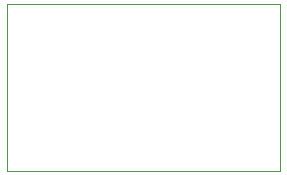
<source format=gbr>
%TF.GenerationSoftware,KiCad,Pcbnew,9.0.5*%
%TF.CreationDate,2025-12-03T16:04:52-06:00*%
%TF.ProjectId,Modulo LIFI,4d6f6475-6c6f-4204-9c49-46492e6b6963,rev?*%
%TF.SameCoordinates,Original*%
%TF.FileFunction,Profile,NP*%
%FSLAX46Y46*%
G04 Gerber Fmt 4.6, Leading zero omitted, Abs format (unit mm)*
G04 Created by KiCad (PCBNEW 9.0.5) date 2025-12-03 16:04:52*
%MOMM*%
%LPD*%
G01*
G04 APERTURE LIST*
%TA.AperFunction,Profile*%
%ADD10C,0.050000*%
%TD*%
G04 APERTURE END LIST*
D10*
X1590000Y-1750000D02*
X24665991Y-1750000D01*
X24665991Y-15825991D01*
X1590000Y-15825991D01*
X1590000Y-1750000D01*
M02*

</source>
